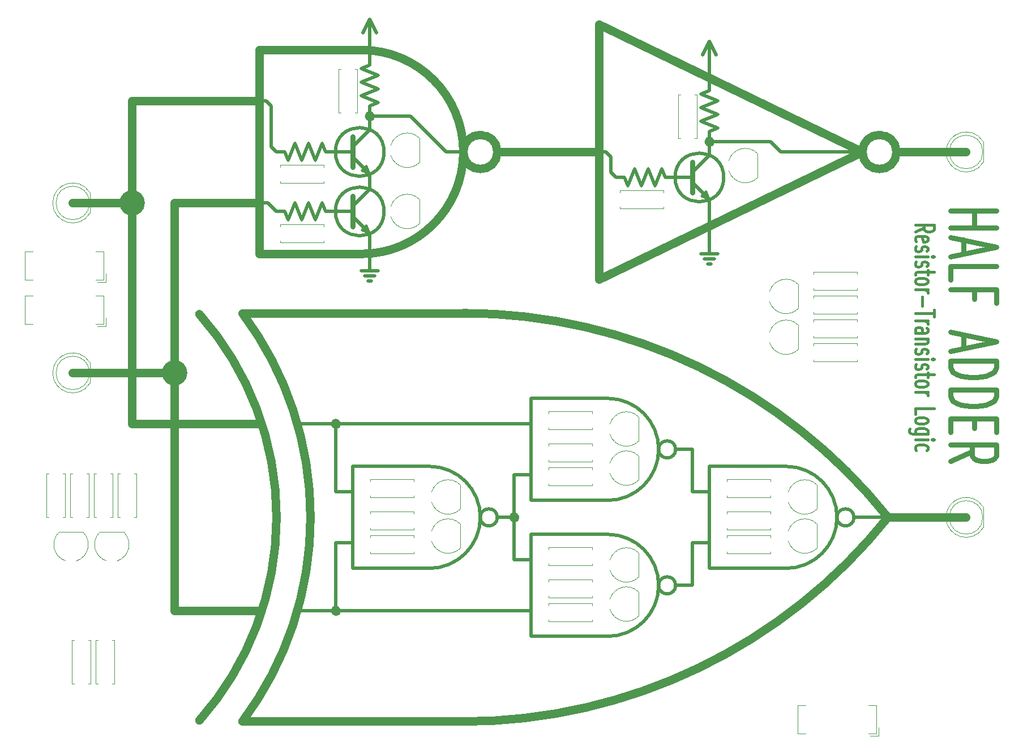
<source format=gto>
G04 #@! TF.GenerationSoftware,KiCad,Pcbnew,5.0.2-bee76a0~70~ubuntu16.04.1*
G04 #@! TF.CreationDate,2019-06-13T09:44:47-07:00*
G04 #@! TF.ProjectId,rtl-half-adder,72746c2d-6861-46c6-962d-61646465722e,rev?*
G04 #@! TF.SameCoordinates,Original*
G04 #@! TF.FileFunction,Legend,Top*
G04 #@! TF.FilePolarity,Positive*
%FSLAX46Y46*%
G04 Gerber Fmt 4.6, Leading zero omitted, Abs format (unit mm)*
G04 Created by KiCad (PCBNEW 5.0.2-bee76a0~70~ubuntu16.04.1) date Thu 13 Jun 2019 09:44:47 AM PDT*
%MOMM*%
%LPD*%
G01*
G04 APERTURE LIST*
%ADD10C,0.381000*%
%ADD11C,0.762000*%
%ADD12C,1.270000*%
%ADD13C,0.508000*%
%ADD14C,0.254000*%
%ADD15C,1.016000*%
%ADD16C,0.120000*%
G04 APERTURE END LIST*
D10*
X188220047Y-74125666D02*
X189550523Y-73533000D01*
X188220047Y-73109666D02*
X191014047Y-73109666D01*
X191014047Y-73787000D01*
X190881000Y-73956333D01*
X190747952Y-74041000D01*
X190481857Y-74125666D01*
X190082714Y-74125666D01*
X189816619Y-74041000D01*
X189683571Y-73956333D01*
X189550523Y-73787000D01*
X189550523Y-73109666D01*
X188353095Y-75565000D02*
X188220047Y-75395666D01*
X188220047Y-75057000D01*
X188353095Y-74887666D01*
X188619190Y-74803000D01*
X189683571Y-74803000D01*
X189949666Y-74887666D01*
X190082714Y-75057000D01*
X190082714Y-75395666D01*
X189949666Y-75565000D01*
X189683571Y-75649666D01*
X189417476Y-75649666D01*
X189151380Y-74803000D01*
X188353095Y-76327000D02*
X188220047Y-76496333D01*
X188220047Y-76835000D01*
X188353095Y-77004333D01*
X188619190Y-77089000D01*
X188752238Y-77089000D01*
X189018333Y-77004333D01*
X189151380Y-76835000D01*
X189151380Y-76581000D01*
X189284428Y-76411666D01*
X189550523Y-76327000D01*
X189683571Y-76327000D01*
X189949666Y-76411666D01*
X190082714Y-76581000D01*
X190082714Y-76835000D01*
X189949666Y-77004333D01*
X188220047Y-77851000D02*
X190082714Y-77851000D01*
X191014047Y-77851000D02*
X190881000Y-77766333D01*
X190747952Y-77851000D01*
X190881000Y-77935666D01*
X191014047Y-77851000D01*
X190747952Y-77851000D01*
X188353095Y-78613000D02*
X188220047Y-78782333D01*
X188220047Y-79121000D01*
X188353095Y-79290333D01*
X188619190Y-79375000D01*
X188752238Y-79375000D01*
X189018333Y-79290333D01*
X189151380Y-79121000D01*
X189151380Y-78867000D01*
X189284428Y-78697666D01*
X189550523Y-78613000D01*
X189683571Y-78613000D01*
X189949666Y-78697666D01*
X190082714Y-78867000D01*
X190082714Y-79121000D01*
X189949666Y-79290333D01*
X190082714Y-79883000D02*
X190082714Y-80560333D01*
X191014047Y-80137000D02*
X188619190Y-80137000D01*
X188353095Y-80221666D01*
X188220047Y-80391000D01*
X188220047Y-80560333D01*
X188220047Y-81407000D02*
X188353095Y-81237666D01*
X188486142Y-81153000D01*
X188752238Y-81068333D01*
X189550523Y-81068333D01*
X189816619Y-81153000D01*
X189949666Y-81237666D01*
X190082714Y-81407000D01*
X190082714Y-81661000D01*
X189949666Y-81830333D01*
X189816619Y-81915000D01*
X189550523Y-81999666D01*
X188752238Y-81999666D01*
X188486142Y-81915000D01*
X188353095Y-81830333D01*
X188220047Y-81661000D01*
X188220047Y-81407000D01*
X188220047Y-82761666D02*
X190082714Y-82761666D01*
X189550523Y-82761666D02*
X189816619Y-82846333D01*
X189949666Y-82931000D01*
X190082714Y-83100333D01*
X190082714Y-83269666D01*
X189284428Y-83862333D02*
X189284428Y-85217000D01*
X191014047Y-85809666D02*
X191014047Y-86825666D01*
X188220047Y-86317666D02*
X191014047Y-86317666D01*
X188220047Y-87418333D02*
X190082714Y-87418333D01*
X189550523Y-87418333D02*
X189816619Y-87503000D01*
X189949666Y-87587666D01*
X190082714Y-87757000D01*
X190082714Y-87926333D01*
X188220047Y-89281000D02*
X189683571Y-89281000D01*
X189949666Y-89196333D01*
X190082714Y-89027000D01*
X190082714Y-88688333D01*
X189949666Y-88519000D01*
X188353095Y-89281000D02*
X188220047Y-89111666D01*
X188220047Y-88688333D01*
X188353095Y-88519000D01*
X188619190Y-88434333D01*
X188885285Y-88434333D01*
X189151380Y-88519000D01*
X189284428Y-88688333D01*
X189284428Y-89111666D01*
X189417476Y-89281000D01*
X190082714Y-90127666D02*
X188220047Y-90127666D01*
X189816619Y-90127666D02*
X189949666Y-90212333D01*
X190082714Y-90381666D01*
X190082714Y-90635666D01*
X189949666Y-90805000D01*
X189683571Y-90889666D01*
X188220047Y-90889666D01*
X188353095Y-91651666D02*
X188220047Y-91821000D01*
X188220047Y-92159666D01*
X188353095Y-92329000D01*
X188619190Y-92413666D01*
X188752238Y-92413666D01*
X189018333Y-92329000D01*
X189151380Y-92159666D01*
X189151380Y-91905666D01*
X189284428Y-91736333D01*
X189550523Y-91651666D01*
X189683571Y-91651666D01*
X189949666Y-91736333D01*
X190082714Y-91905666D01*
X190082714Y-92159666D01*
X189949666Y-92329000D01*
X188220047Y-93175666D02*
X190082714Y-93175666D01*
X191014047Y-93175666D02*
X190881000Y-93091000D01*
X190747952Y-93175666D01*
X190881000Y-93260333D01*
X191014047Y-93175666D01*
X190747952Y-93175666D01*
X188353095Y-93937666D02*
X188220047Y-94107000D01*
X188220047Y-94445666D01*
X188353095Y-94615000D01*
X188619190Y-94699666D01*
X188752238Y-94699666D01*
X189018333Y-94615000D01*
X189151380Y-94445666D01*
X189151380Y-94191666D01*
X189284428Y-94022333D01*
X189550523Y-93937666D01*
X189683571Y-93937666D01*
X189949666Y-94022333D01*
X190082714Y-94191666D01*
X190082714Y-94445666D01*
X189949666Y-94615000D01*
X190082714Y-95207666D02*
X190082714Y-95885000D01*
X191014047Y-95461666D02*
X188619190Y-95461666D01*
X188353095Y-95546333D01*
X188220047Y-95715666D01*
X188220047Y-95885000D01*
X188220047Y-96731666D02*
X188353095Y-96562333D01*
X188486142Y-96477666D01*
X188752238Y-96393000D01*
X189550523Y-96393000D01*
X189816619Y-96477666D01*
X189949666Y-96562333D01*
X190082714Y-96731666D01*
X190082714Y-96985666D01*
X189949666Y-97155000D01*
X189816619Y-97239666D01*
X189550523Y-97324333D01*
X188752238Y-97324333D01*
X188486142Y-97239666D01*
X188353095Y-97155000D01*
X188220047Y-96985666D01*
X188220047Y-96731666D01*
X188220047Y-98086333D02*
X190082714Y-98086333D01*
X189550523Y-98086333D02*
X189816619Y-98171000D01*
X189949666Y-98255666D01*
X190082714Y-98425000D01*
X190082714Y-98594333D01*
X188220047Y-101388333D02*
X188220047Y-100541666D01*
X191014047Y-100541666D01*
X188220047Y-102235000D02*
X188353095Y-102065666D01*
X188486142Y-101981000D01*
X188752238Y-101896333D01*
X189550523Y-101896333D01*
X189816619Y-101981000D01*
X189949666Y-102065666D01*
X190082714Y-102235000D01*
X190082714Y-102489000D01*
X189949666Y-102658333D01*
X189816619Y-102743000D01*
X189550523Y-102827666D01*
X188752238Y-102827666D01*
X188486142Y-102743000D01*
X188353095Y-102658333D01*
X188220047Y-102489000D01*
X188220047Y-102235000D01*
X190082714Y-104351666D02*
X187820904Y-104351666D01*
X187554809Y-104267000D01*
X187421761Y-104182333D01*
X187288714Y-104013000D01*
X187288714Y-103759000D01*
X187421761Y-103589666D01*
X188353095Y-104351666D02*
X188220047Y-104182333D01*
X188220047Y-103843666D01*
X188353095Y-103674333D01*
X188486142Y-103589666D01*
X188752238Y-103505000D01*
X189550523Y-103505000D01*
X189816619Y-103589666D01*
X189949666Y-103674333D01*
X190082714Y-103843666D01*
X190082714Y-104182333D01*
X189949666Y-104351666D01*
X188220047Y-105198333D02*
X190082714Y-105198333D01*
X191014047Y-105198333D02*
X190881000Y-105113666D01*
X190747952Y-105198333D01*
X190881000Y-105283000D01*
X191014047Y-105198333D01*
X190747952Y-105198333D01*
X188353095Y-106807000D02*
X188220047Y-106637666D01*
X188220047Y-106299000D01*
X188353095Y-106129666D01*
X188486142Y-106045000D01*
X188752238Y-105960333D01*
X189550523Y-105960333D01*
X189816619Y-106045000D01*
X189949666Y-106129666D01*
X190082714Y-106299000D01*
X190082714Y-106637666D01*
X189949666Y-106807000D01*
D11*
X193493571Y-71053476D02*
X200351571Y-71053476D01*
X197085857Y-71053476D02*
X197085857Y-73520904D01*
X193493571Y-73520904D02*
X200351571Y-73520904D01*
X195453000Y-75371476D02*
X195453000Y-77427666D01*
X193493571Y-74960238D02*
X200351571Y-76399571D01*
X193493571Y-77838904D01*
X193493571Y-81334428D02*
X193493571Y-79278238D01*
X200351571Y-79278238D01*
X197085857Y-84213095D02*
X197085857Y-82773761D01*
X193493571Y-82773761D02*
X200351571Y-82773761D01*
X200351571Y-84829952D01*
X195453000Y-89559190D02*
X195453000Y-91615380D01*
X193493571Y-89147952D02*
X200351571Y-90587285D01*
X193493571Y-92026619D01*
X193493571Y-93465952D02*
X200351571Y-93465952D01*
X200351571Y-94494047D01*
X200025000Y-95110904D01*
X199371857Y-95522142D01*
X198718714Y-95727761D01*
X197412428Y-95933380D01*
X196432714Y-95933380D01*
X195126428Y-95727761D01*
X194473285Y-95522142D01*
X193820142Y-95110904D01*
X193493571Y-94494047D01*
X193493571Y-93465952D01*
X193493571Y-97783952D02*
X200351571Y-97783952D01*
X200351571Y-98812047D01*
X200025000Y-99428904D01*
X199371857Y-99840142D01*
X198718714Y-100045761D01*
X197412428Y-100251380D01*
X196432714Y-100251380D01*
X195126428Y-100045761D01*
X194473285Y-99840142D01*
X193820142Y-99428904D01*
X193493571Y-98812047D01*
X193493571Y-97783952D01*
X197085857Y-102101952D02*
X197085857Y-103541285D01*
X193493571Y-104158142D02*
X193493571Y-102101952D01*
X200351571Y-102101952D01*
X200351571Y-104158142D01*
X193493571Y-108476142D02*
X196759285Y-107036809D01*
X193493571Y-106008714D02*
X200351571Y-106008714D01*
X200351571Y-107653666D01*
X200025000Y-108064904D01*
X199698428Y-108270523D01*
X199045285Y-108476142D01*
X198065571Y-108476142D01*
X197412428Y-108270523D01*
X197085857Y-108064904D01*
X196759285Y-107653666D01*
X196759285Y-106008714D01*
D12*
X78740000Y-95250000D02*
G75*
G03X78740000Y-95250000I-1270000J0D01*
G01*
X72390000Y-69850000D02*
G75*
G03X72390000Y-69850000I-1270000J0D01*
G01*
X62230000Y-95250000D02*
X77470000Y-95250000D01*
X62230000Y-69850000D02*
X71120000Y-69850000D01*
X71120000Y-102870000D02*
X71120000Y-54610000D01*
X77470000Y-69850000D02*
X77470000Y-130810000D01*
D13*
X168148000Y-62230000D02*
X166624000Y-60706000D01*
X180340000Y-62230000D02*
X168148000Y-62230000D01*
X143510000Y-66040000D02*
X142748000Y-65278000D01*
X142748000Y-65278000D02*
X142748000Y-62992000D01*
X141986000Y-62230000D02*
X142748000Y-62992000D01*
X141986000Y-62230000D02*
X140970000Y-62230000D01*
X157480000Y-45720000D02*
X156464000Y-47752000D01*
X158496000Y-47752000D02*
X157480000Y-45720000D01*
X158750000Y-77470000D02*
X156210000Y-77470000D01*
X158242000Y-78232000D02*
X156718000Y-78232000D01*
X157734000Y-78994000D02*
X157226000Y-78994000D01*
X157480000Y-53086000D02*
X157480000Y-45720000D01*
D11*
X154940000Y-63754000D02*
X154940000Y-68326000D01*
D13*
X157480000Y-60706000D02*
X157480000Y-62738000D01*
X154940000Y-66040000D02*
X150876000Y-66040000D01*
X157480000Y-77470000D02*
X157480000Y-69342000D01*
X157480000Y-69342000D02*
X154940000Y-66802000D01*
X157480000Y-62738000D02*
X154940000Y-65278000D01*
D14*
G36*
X157480000Y-69342000D02*
X156972000Y-68072000D01*
X156210000Y-68834000D01*
X157480000Y-69342000D01*
G37*
X157480000Y-69342000D02*
X156972000Y-68072000D01*
X156210000Y-68834000D01*
X157480000Y-69342000D01*
D13*
X159592727Y-66040000D02*
G75*
G03X159592727Y-66040000I-3636727J0D01*
G01*
D15*
X157734000Y-60706000D02*
G75*
G03X157734000Y-60706000I-254000J0D01*
G01*
D13*
X166624000Y-60706000D02*
X157480000Y-60706000D01*
X156210000Y-53594000D02*
X157480000Y-53086000D01*
X157480000Y-60706000D02*
X157480000Y-59182000D01*
X158750000Y-56642000D02*
X156210000Y-55626000D01*
X156210000Y-57658000D02*
X158750000Y-56642000D01*
X157480000Y-59182000D02*
X158750000Y-58674000D01*
X158750000Y-58674000D02*
X156210000Y-57658000D01*
X158750000Y-54610000D02*
X156210000Y-53594000D01*
X148336000Y-64770000D02*
X147320000Y-67310000D01*
X149352000Y-67310000D02*
X148336000Y-64770000D01*
X150876000Y-66040000D02*
X150368000Y-64770000D01*
X150368000Y-64770000D02*
X149352000Y-67310000D01*
X156210000Y-55626000D02*
X158750000Y-54610000D01*
X144780000Y-66040000D02*
X143510000Y-66040000D01*
X146304000Y-64770000D02*
X145288000Y-67310000D01*
X147320000Y-67310000D02*
X146304000Y-64770000D01*
X145288000Y-67310000D02*
X144780000Y-66040000D01*
D12*
X185420000Y-62230000D02*
X195834000Y-62230000D01*
X185420000Y-62230000D02*
G75*
G03X185420000Y-62230000I-2540000J0D01*
G01*
D13*
X91948000Y-61468000D02*
X91948000Y-55372000D01*
X91186000Y-54610000D02*
X91948000Y-55372000D01*
X90170000Y-54610000D02*
X91186000Y-54610000D01*
X91440000Y-69850000D02*
X90170000Y-69850000D01*
X92710000Y-71120000D02*
X91440000Y-69850000D01*
D12*
X77470000Y-69850000D02*
X90170000Y-69850000D01*
X71120000Y-54610000D02*
X90170000Y-54610000D01*
D13*
X92710000Y-62230000D02*
X91948000Y-61468000D01*
D11*
X104140000Y-68834000D02*
X104140000Y-73406000D01*
D13*
X104140000Y-71120000D02*
X100076000Y-71120000D01*
X106680000Y-78486000D02*
X106680000Y-74422000D01*
X106680000Y-74422000D02*
X104140000Y-71882000D01*
X106680000Y-67818000D02*
X104140000Y-70358000D01*
D14*
G36*
X106680000Y-74422000D02*
X106172000Y-73152000D01*
X105410000Y-73914000D01*
X106680000Y-74422000D01*
G37*
X106680000Y-74422000D02*
X106172000Y-73152000D01*
X105410000Y-73914000D01*
X106680000Y-74422000D01*
D13*
X108792727Y-71120000D02*
G75*
G03X108792727Y-71120000I-3636727J0D01*
G01*
X97536000Y-69850000D02*
X96520000Y-72390000D01*
X98552000Y-72390000D02*
X97536000Y-69850000D01*
X100076000Y-71120000D02*
X99568000Y-69850000D01*
X99568000Y-69850000D02*
X98552000Y-72390000D01*
X93980000Y-71120000D02*
X92710000Y-71120000D01*
X95504000Y-69850000D02*
X94488000Y-72390000D01*
X96520000Y-72390000D02*
X95504000Y-69850000D01*
X94488000Y-72390000D02*
X93980000Y-71120000D01*
D11*
X104140000Y-59944000D02*
X104140000Y-64516000D01*
D12*
X180340000Y-62230000D02*
X140970000Y-43180000D01*
X140970000Y-81280000D02*
X180340000Y-62230000D01*
X140970000Y-43180000D02*
X140970000Y-81280000D01*
D13*
X118110000Y-62230000D02*
X112776000Y-56896000D01*
X120650000Y-62230000D02*
X118110000Y-62230000D01*
D15*
X106934000Y-56896000D02*
G75*
G03X106934000Y-56896000I-254000J0D01*
G01*
D12*
X125730000Y-62230000D02*
X140970000Y-62230000D01*
X125730000Y-62230000D02*
G75*
G03X125730000Y-62230000I-2540000J0D01*
G01*
X90170000Y-46990000D02*
X90170000Y-77470000D01*
X105410000Y-46990000D02*
G75*
G02X105410000Y-77470000I0J-15240000D01*
G01*
X90170000Y-46990000D02*
X105410000Y-46990000D01*
X105410000Y-77470000D02*
X90170000Y-77470000D01*
D13*
X112776000Y-56896000D02*
X106680000Y-56896000D01*
X107696000Y-44450000D02*
X106680000Y-42418000D01*
X106680000Y-42418000D02*
X105664000Y-44450000D01*
X106680000Y-42418000D02*
X106680000Y-44958000D01*
X106680000Y-78486000D02*
X106680000Y-80010000D01*
X107950000Y-80010000D02*
X105410000Y-80010000D01*
X107442000Y-80772000D02*
X105918000Y-80772000D01*
X106934000Y-81534000D02*
X106426000Y-81534000D01*
X105410000Y-49784000D02*
X106680000Y-49276000D01*
X106680000Y-56896000D02*
X106680000Y-55372000D01*
X107950000Y-52832000D02*
X105410000Y-51816000D01*
X105410000Y-53848000D02*
X107950000Y-52832000D01*
X106680000Y-55372000D02*
X107950000Y-54864000D01*
X107950000Y-54864000D02*
X105410000Y-53848000D01*
X106680000Y-49276000D02*
X106680000Y-44958000D01*
X107950000Y-50800000D02*
X105410000Y-49784000D01*
X105410000Y-51816000D02*
X107950000Y-50800000D01*
X94488000Y-63500000D02*
X93980000Y-62230000D01*
X97536000Y-60960000D02*
X96520000Y-63500000D01*
X98552000Y-63500000D02*
X97536000Y-60960000D01*
X100076000Y-62230000D02*
X99568000Y-60960000D01*
X99568000Y-60960000D02*
X98552000Y-63500000D01*
X93980000Y-62230000D02*
X92710000Y-62230000D01*
X95504000Y-60960000D02*
X94488000Y-63500000D01*
X96520000Y-63500000D02*
X95504000Y-60960000D01*
X106680000Y-56896000D02*
X106680000Y-58928000D01*
X104140000Y-62230000D02*
X100076000Y-62230000D01*
X106680000Y-67818000D02*
X106680000Y-65532000D01*
X106680000Y-65532000D02*
X104140000Y-62992000D01*
X106680000Y-58928000D02*
X104140000Y-61468000D01*
D14*
G36*
X106680000Y-65532000D02*
X106172000Y-64262000D01*
X105410000Y-65024000D01*
X106680000Y-65532000D01*
G37*
X106680000Y-65532000D02*
X106172000Y-64262000D01*
X105410000Y-65024000D01*
X106680000Y-65532000D01*
D13*
X108792727Y-62230000D02*
G75*
G03X108792727Y-62230000I-3636727J0D01*
G01*
D12*
X77470000Y-130810000D02*
X90170000Y-130810000D01*
X71120000Y-102870000D02*
X90170000Y-102870000D01*
X81179329Y-147194706D02*
G75*
G03X92710000Y-116840000I-34189329J30354706D01*
G01*
X81179329Y-86485294D02*
G75*
G02X92710000Y-116840000I-34189329J-30354706D01*
G01*
X87613981Y-147341347D02*
G75*
G03X97790000Y-116840000I-40623981J30501347D01*
G01*
X87630000Y-86360000D02*
G75*
G02X97790000Y-116840000I-40640000J-30480000D01*
G01*
D15*
X101854000Y-130810000D02*
G75*
G03X101854000Y-130810000I-254000J0D01*
G01*
X101854000Y-102870000D02*
G75*
G03X101854000Y-102870000I-254000J0D01*
G01*
D13*
X101600000Y-102870000D02*
X101600000Y-113030000D01*
X101600000Y-120650000D02*
X101600000Y-130810000D01*
D12*
X120707045Y-147359657D02*
G75*
G03X184150000Y-116840000I-57044J81319656D01*
G01*
X120707044Y-86320344D02*
G75*
G02X184149999Y-116840001I-57044J-81319656D01*
G01*
X87630000Y-147320000D02*
X121920000Y-147320000D01*
X87630000Y-86360000D02*
X121920000Y-86360000D01*
X184150000Y-116840000D02*
X195834000Y-116840000D01*
D13*
X154940000Y-120650000D02*
X154940000Y-127000000D01*
X154940000Y-106680000D02*
X154940000Y-113030000D01*
D15*
X128524000Y-116840000D02*
G75*
G03X128524000Y-116840000I-254000J0D01*
G01*
D13*
X128270000Y-110490000D02*
X128270000Y-123190000D01*
X157226000Y-113030000D02*
X154940000Y-113030000D01*
X157480000Y-109220000D02*
X157480000Y-124460000D01*
X179070000Y-116840000D02*
G75*
G03X179070000Y-116840000I-1270000J0D01*
G01*
X157226000Y-120650000D02*
X154940000Y-120650000D01*
X168910000Y-109220000D02*
X157480000Y-109220000D01*
X157480000Y-124460000D02*
X168910000Y-124460000D01*
X168910000Y-109220000D02*
G75*
G02X168910000Y-124460000I0J-7620000D01*
G01*
X184150000Y-116840000D02*
X179070000Y-116840000D01*
X130556000Y-102870000D02*
X96520000Y-102870000D01*
X130810000Y-99060000D02*
X130810000Y-114300000D01*
X152400000Y-106680000D02*
G75*
G03X152400000Y-106680000I-1270000J0D01*
G01*
X130556000Y-110490000D02*
X128270000Y-110490000D01*
X142240000Y-99060000D02*
X130810000Y-99060000D01*
X130810000Y-114300000D02*
X142240000Y-114300000D01*
X142240000Y-99060000D02*
G75*
G02X142240000Y-114300000I0J-7620000D01*
G01*
X154940000Y-106680000D02*
X152400000Y-106680000D01*
X103886000Y-113030000D02*
X101600000Y-113030000D01*
X104140000Y-109220000D02*
X104140000Y-124460000D01*
X125730000Y-116840000D02*
G75*
G03X125730000Y-116840000I-1270000J0D01*
G01*
X103886000Y-120650000D02*
X101600000Y-120650000D01*
X115570000Y-109220000D02*
X104140000Y-109220000D01*
X104140000Y-124460000D02*
X115570000Y-124460000D01*
X115570000Y-109220000D02*
G75*
G02X115570000Y-124460000I0J-7620000D01*
G01*
X128270000Y-116840000D02*
X125730000Y-116840000D01*
X130556000Y-130810000D02*
X96520000Y-130810000D01*
X130556000Y-123190000D02*
X128270000Y-123190000D01*
X154940000Y-127000000D02*
X152400000Y-127000000D01*
X130810000Y-119380000D02*
X130810000Y-134620000D01*
X152400000Y-127000000D02*
G75*
G03X152400000Y-127000000I-1270000J0D01*
G01*
X130810000Y-134620000D02*
X142240000Y-134620000D01*
X142240000Y-119380000D02*
X130810000Y-119380000D01*
X142240000Y-119380000D02*
G75*
G02X142240000Y-134620000I0J-7620000D01*
G01*
D16*
G04 #@! TO.C,D1*
X64790000Y-71395000D02*
X64790000Y-68305000D01*
X64730000Y-69850000D02*
G75*
G03X64730000Y-69850000I-2500000J0D01*
G01*
X59240000Y-69850462D02*
G75*
G02X64790000Y-68305170I2990000J462D01*
G01*
X59240000Y-69849538D02*
G75*
G03X64790000Y-71394830I2990000J-462D01*
G01*
G04 #@! TO.C,D2*
X64790000Y-96795000D02*
X64790000Y-93705000D01*
X64730000Y-95250000D02*
G75*
G03X64730000Y-95250000I-2500000J0D01*
G01*
X59240000Y-95250462D02*
G75*
G02X64790000Y-93705170I2990000J462D01*
G01*
X59240000Y-95249538D02*
G75*
G03X64790000Y-96794830I2990000J-462D01*
G01*
G04 #@! TO.C,Q1*
X60167555Y-119076316D02*
G75*
G03X61196000Y-123354000I1808445J-1827684D01*
G01*
X63787875Y-119062259D02*
G75*
G02X62796000Y-123354000I-1811875J-1841741D01*
G01*
X63776000Y-119054000D02*
X60176000Y-119054000D01*
G04 #@! TO.C,Q2*
X66263555Y-119076316D02*
G75*
G03X67292000Y-123354000I1808445J-1827684D01*
G01*
X69883875Y-119062259D02*
G75*
G02X68892000Y-123354000I-1811875J-1841741D01*
G01*
X69872000Y-119054000D02*
X66272000Y-119054000D01*
G04 #@! TO.C,Q3*
X120191684Y-111983555D02*
G75*
G03X115914000Y-113012000I-1827684J-1808445D01*
G01*
X120205741Y-115603875D02*
G75*
G02X115914000Y-114612000I-1841741J1811875D01*
G01*
X120214000Y-115592000D02*
X120214000Y-111992000D01*
G04 #@! TO.C,Q4*
X120191684Y-117825555D02*
G75*
G03X115914000Y-118854000I-1827684J-1808445D01*
G01*
X120205741Y-121445875D02*
G75*
G02X115914000Y-120454000I-1841741J1811875D01*
G01*
X120214000Y-121434000D02*
X120214000Y-117834000D01*
G04 #@! TO.C,Q5*
X114095684Y-60167555D02*
G75*
G03X109818000Y-61196000I-1827684J-1808445D01*
G01*
X114109741Y-63787875D02*
G75*
G02X109818000Y-62796000I-1841741J1811875D01*
G01*
X114118000Y-63776000D02*
X114118000Y-60176000D01*
G04 #@! TO.C,Q6*
X114095684Y-69311555D02*
G75*
G03X109818000Y-70340000I-1827684J-1808445D01*
G01*
X114109741Y-72931875D02*
G75*
G02X109818000Y-71940000I-1841741J1811875D01*
G01*
X114118000Y-72920000D02*
X114118000Y-69320000D01*
G04 #@! TO.C,Q7*
X146861684Y-101823555D02*
G75*
G03X142584000Y-102852000I-1827684J-1808445D01*
G01*
X146875741Y-105443875D02*
G75*
G02X142584000Y-104452000I-1841741J1811875D01*
G01*
X146884000Y-105432000D02*
X146884000Y-101832000D01*
G04 #@! TO.C,Q8*
X146861684Y-107665555D02*
G75*
G03X142584000Y-108694000I-1827684J-1808445D01*
G01*
X146875741Y-111285875D02*
G75*
G02X142584000Y-110294000I-1841741J1811875D01*
G01*
X146884000Y-111274000D02*
X146884000Y-107674000D01*
G04 #@! TO.C,Q9*
X146861684Y-122143555D02*
G75*
G03X142584000Y-123172000I-1827684J-1808445D01*
G01*
X146875741Y-125763875D02*
G75*
G02X142584000Y-124772000I-1841741J1811875D01*
G01*
X146884000Y-125752000D02*
X146884000Y-122152000D01*
G04 #@! TO.C,Q10*
X146861684Y-127985555D02*
G75*
G03X142584000Y-129014000I-1827684J-1808445D01*
G01*
X146875741Y-131605875D02*
G75*
G02X142584000Y-130614000I-1841741J1811875D01*
G01*
X146884000Y-131594000D02*
X146884000Y-127994000D01*
G04 #@! TO.C,Q11*
X164641684Y-62453555D02*
G75*
G03X160364000Y-63482000I-1827684J-1808445D01*
G01*
X164655741Y-66073875D02*
G75*
G02X160364000Y-65082000I-1841741J1811875D01*
G01*
X164664000Y-66062000D02*
X164664000Y-62462000D01*
G04 #@! TO.C,Q12*
X173531684Y-111983555D02*
G75*
G03X169254000Y-113012000I-1827684J-1808445D01*
G01*
X173545741Y-115603875D02*
G75*
G02X169254000Y-114612000I-1841741J1811875D01*
G01*
X173554000Y-115592000D02*
X173554000Y-111992000D01*
G04 #@! TO.C,Q13*
X173531684Y-117825555D02*
G75*
G03X169254000Y-118854000I-1827684J-1808445D01*
G01*
X173545741Y-121445875D02*
G75*
G02X169254000Y-120454000I-1841741J1811875D01*
G01*
X173554000Y-121434000D02*
X173554000Y-117834000D01*
G04 #@! TO.C,R1*
X64616000Y-110268000D02*
X64286000Y-110268000D01*
X64616000Y-116808000D02*
X64616000Y-110268000D01*
X64286000Y-116808000D02*
X64616000Y-116808000D01*
X61876000Y-110268000D02*
X62206000Y-110268000D01*
X61876000Y-116808000D02*
X61876000Y-110268000D01*
X62206000Y-116808000D02*
X61876000Y-116808000D01*
G04 #@! TO.C,R2*
X58320000Y-116808000D02*
X58650000Y-116808000D01*
X58320000Y-110268000D02*
X58320000Y-116808000D01*
X58650000Y-110268000D02*
X58320000Y-110268000D01*
X61060000Y-116808000D02*
X60730000Y-116808000D01*
X61060000Y-110268000D02*
X61060000Y-116808000D01*
X60730000Y-110268000D02*
X61060000Y-110268000D01*
G04 #@! TO.C,R3*
X71728000Y-110268000D02*
X71398000Y-110268000D01*
X71728000Y-116808000D02*
X71728000Y-110268000D01*
X71398000Y-116808000D02*
X71728000Y-116808000D01*
X68988000Y-110268000D02*
X69318000Y-110268000D01*
X68988000Y-116808000D02*
X68988000Y-110268000D01*
X69318000Y-116808000D02*
X68988000Y-116808000D01*
G04 #@! TO.C,R4*
X65432000Y-116808000D02*
X65762000Y-116808000D01*
X65432000Y-110268000D02*
X65432000Y-116808000D01*
X65762000Y-110268000D02*
X65432000Y-110268000D01*
X68172000Y-116808000D02*
X67842000Y-116808000D01*
X68172000Y-110268000D02*
X68172000Y-116808000D01*
X67842000Y-110268000D02*
X68172000Y-110268000D01*
G04 #@! TO.C,R5*
X65686000Y-141700000D02*
X66016000Y-141700000D01*
X65686000Y-135160000D02*
X65686000Y-141700000D01*
X66016000Y-135160000D02*
X65686000Y-135160000D01*
X68426000Y-141700000D02*
X68096000Y-141700000D01*
X68426000Y-135160000D02*
X68426000Y-141700000D01*
X68096000Y-135160000D02*
X68426000Y-135160000D01*
G04 #@! TO.C,R6*
X62130000Y-141700000D02*
X62460000Y-141700000D01*
X62130000Y-135160000D02*
X62130000Y-141700000D01*
X62460000Y-135160000D02*
X62130000Y-135160000D01*
X64870000Y-141700000D02*
X64540000Y-141700000D01*
X64870000Y-135160000D02*
X64870000Y-141700000D01*
X64540000Y-135160000D02*
X64870000Y-135160000D01*
G04 #@! TO.C,R7*
X106712000Y-115978000D02*
X106712000Y-116308000D01*
X113252000Y-115978000D02*
X106712000Y-115978000D01*
X113252000Y-116308000D02*
X113252000Y-115978000D01*
X106712000Y-118718000D02*
X106712000Y-118388000D01*
X113252000Y-118718000D02*
X106712000Y-118718000D01*
X113252000Y-118388000D02*
X113252000Y-118718000D01*
G04 #@! TO.C,R8*
X106712000Y-119534000D02*
X106712000Y-119864000D01*
X113252000Y-119534000D02*
X106712000Y-119534000D01*
X113252000Y-119864000D02*
X113252000Y-119534000D01*
X106712000Y-122274000D02*
X106712000Y-121944000D01*
X113252000Y-122274000D02*
X106712000Y-122274000D01*
X113252000Y-121944000D02*
X113252000Y-122274000D01*
G04 #@! TO.C,R9*
X113252000Y-113892000D02*
X113252000Y-113562000D01*
X106712000Y-113892000D02*
X113252000Y-113892000D01*
X106712000Y-113562000D02*
X106712000Y-113892000D01*
X113252000Y-111152000D02*
X113252000Y-111482000D01*
X106712000Y-111152000D02*
X113252000Y-111152000D01*
X106712000Y-111482000D02*
X106712000Y-111152000D01*
G04 #@! TO.C,R10*
X93250000Y-64162000D02*
X93250000Y-64492000D01*
X99790000Y-64162000D02*
X93250000Y-64162000D01*
X99790000Y-64492000D02*
X99790000Y-64162000D01*
X93250000Y-66902000D02*
X93250000Y-66572000D01*
X99790000Y-66902000D02*
X93250000Y-66902000D01*
X99790000Y-66572000D02*
X99790000Y-66902000D01*
G04 #@! TO.C,R11*
X93250000Y-73052000D02*
X93250000Y-73382000D01*
X99790000Y-73052000D02*
X93250000Y-73052000D01*
X99790000Y-73382000D02*
X99790000Y-73052000D01*
X93250000Y-75792000D02*
X93250000Y-75462000D01*
X99790000Y-75792000D02*
X93250000Y-75792000D01*
X99790000Y-75462000D02*
X99790000Y-75792000D01*
G04 #@! TO.C,R12*
X102008000Y-56356000D02*
X102338000Y-56356000D01*
X102008000Y-49816000D02*
X102008000Y-56356000D01*
X102338000Y-49816000D02*
X102008000Y-49816000D01*
X104748000Y-56356000D02*
X104418000Y-56356000D01*
X104748000Y-49816000D02*
X104748000Y-56356000D01*
X104418000Y-49816000D02*
X104748000Y-49816000D01*
G04 #@! TO.C,R13*
X133382000Y-105818000D02*
X133382000Y-106148000D01*
X139922000Y-105818000D02*
X133382000Y-105818000D01*
X139922000Y-106148000D02*
X139922000Y-105818000D01*
X133382000Y-108558000D02*
X133382000Y-108228000D01*
X139922000Y-108558000D02*
X133382000Y-108558000D01*
X139922000Y-108228000D02*
X139922000Y-108558000D01*
G04 #@! TO.C,R14*
X133382000Y-109374000D02*
X133382000Y-109704000D01*
X139922000Y-109374000D02*
X133382000Y-109374000D01*
X139922000Y-109704000D02*
X139922000Y-109374000D01*
X133382000Y-112114000D02*
X133382000Y-111784000D01*
X139922000Y-112114000D02*
X133382000Y-112114000D01*
X139922000Y-111784000D02*
X139922000Y-112114000D01*
G04 #@! TO.C,R15*
X133382000Y-126138000D02*
X133382000Y-126468000D01*
X139922000Y-126138000D02*
X133382000Y-126138000D01*
X139922000Y-126468000D02*
X139922000Y-126138000D01*
X133382000Y-128878000D02*
X133382000Y-128548000D01*
X139922000Y-128878000D02*
X133382000Y-128878000D01*
X139922000Y-128548000D02*
X139922000Y-128878000D01*
G04 #@! TO.C,R16*
X133382000Y-129694000D02*
X133382000Y-130024000D01*
X139922000Y-129694000D02*
X133382000Y-129694000D01*
X139922000Y-130024000D02*
X139922000Y-129694000D01*
X133382000Y-132434000D02*
X133382000Y-132104000D01*
X139922000Y-132434000D02*
X133382000Y-132434000D01*
X139922000Y-132104000D02*
X139922000Y-132434000D01*
G04 #@! TO.C,R17*
X139922000Y-103732000D02*
X139922000Y-103402000D01*
X133382000Y-103732000D02*
X139922000Y-103732000D01*
X133382000Y-103402000D02*
X133382000Y-103732000D01*
X139922000Y-100992000D02*
X139922000Y-101322000D01*
X133382000Y-100992000D02*
X139922000Y-100992000D01*
X133382000Y-101322000D02*
X133382000Y-100992000D01*
G04 #@! TO.C,R18*
X139922000Y-124052000D02*
X139922000Y-123722000D01*
X133382000Y-124052000D02*
X139922000Y-124052000D01*
X133382000Y-123722000D02*
X133382000Y-124052000D01*
X139922000Y-121312000D02*
X139922000Y-121642000D01*
X133382000Y-121312000D02*
X139922000Y-121312000D01*
X133382000Y-121642000D02*
X133382000Y-121312000D01*
G04 #@! TO.C,R19*
X144050000Y-67972000D02*
X144050000Y-68302000D01*
X150590000Y-67972000D02*
X144050000Y-67972000D01*
X150590000Y-68302000D02*
X150590000Y-67972000D01*
X144050000Y-70712000D02*
X144050000Y-70382000D01*
X150590000Y-70712000D02*
X144050000Y-70712000D01*
X150590000Y-70382000D02*
X150590000Y-70712000D01*
G04 #@! TO.C,R20*
X152808000Y-60166000D02*
X153138000Y-60166000D01*
X152808000Y-53626000D02*
X152808000Y-60166000D01*
X153138000Y-53626000D02*
X152808000Y-53626000D01*
X155548000Y-60166000D02*
X155218000Y-60166000D01*
X155548000Y-53626000D02*
X155548000Y-60166000D01*
X155218000Y-53626000D02*
X155548000Y-53626000D01*
G04 #@! TO.C,R21*
X160052000Y-115978000D02*
X160052000Y-116308000D01*
X166592000Y-115978000D02*
X160052000Y-115978000D01*
X166592000Y-116308000D02*
X166592000Y-115978000D01*
X160052000Y-118718000D02*
X160052000Y-118388000D01*
X166592000Y-118718000D02*
X160052000Y-118718000D01*
X166592000Y-118388000D02*
X166592000Y-118718000D01*
G04 #@! TO.C,R22*
X160052000Y-119534000D02*
X160052000Y-119864000D01*
X166592000Y-119534000D02*
X160052000Y-119534000D01*
X166592000Y-119864000D02*
X166592000Y-119534000D01*
X160052000Y-122274000D02*
X160052000Y-121944000D01*
X166592000Y-122274000D02*
X160052000Y-122274000D01*
X166592000Y-121944000D02*
X166592000Y-122274000D01*
G04 #@! TO.C,R23*
X166592000Y-113892000D02*
X166592000Y-113562000D01*
X160052000Y-113892000D02*
X166592000Y-113892000D01*
X160052000Y-113562000D02*
X160052000Y-113892000D01*
X166592000Y-111152000D02*
X166592000Y-111482000D01*
X160052000Y-111152000D02*
X166592000Y-111152000D01*
X160052000Y-111482000D02*
X160052000Y-111152000D01*
G04 #@! TO.C,D3*
X198394000Y-63775000D02*
X198394000Y-60685000D01*
X198334000Y-62230000D02*
G75*
G03X198334000Y-62230000I-2500000J0D01*
G01*
X192844000Y-62230462D02*
G75*
G02X198394000Y-60685170I2990000J462D01*
G01*
X192844000Y-62229538D02*
G75*
G03X198394000Y-63774830I2990000J-462D01*
G01*
G04 #@! TO.C,D4*
X198394000Y-118385000D02*
X198394000Y-115295000D01*
X198334000Y-116840000D02*
G75*
G03X198334000Y-116840000I-2500000J0D01*
G01*
X192844000Y-116840462D02*
G75*
G02X198394000Y-115295170I2990000J462D01*
G01*
X192844000Y-116839538D02*
G75*
G03X198394000Y-118384830I2990000J-462D01*
G01*
G04 #@! TO.C,Q14*
X170737684Y-82011555D02*
G75*
G03X166460000Y-83040000I-1827684J-1808445D01*
G01*
X170751741Y-85631875D02*
G75*
G02X166460000Y-84640000I-1841741J1811875D01*
G01*
X170760000Y-85620000D02*
X170760000Y-82020000D01*
G04 #@! TO.C,Q15*
X170737684Y-88107555D02*
G75*
G03X166460000Y-89136000I-1827684J-1808445D01*
G01*
X170751741Y-91727875D02*
G75*
G02X166460000Y-90736000I-1841741J1811875D01*
G01*
X170760000Y-91716000D02*
X170760000Y-88116000D01*
G04 #@! TO.C,R24*
X179546000Y-86460000D02*
X179546000Y-86130000D01*
X173006000Y-86460000D02*
X179546000Y-86460000D01*
X173006000Y-86130000D02*
X173006000Y-86460000D01*
X179546000Y-83720000D02*
X179546000Y-84050000D01*
X173006000Y-83720000D02*
X179546000Y-83720000D01*
X173006000Y-84050000D02*
X173006000Y-83720000D01*
G04 #@! TO.C,R25*
X179546000Y-93572000D02*
X179546000Y-93242000D01*
X173006000Y-93572000D02*
X179546000Y-93572000D01*
X173006000Y-93242000D02*
X173006000Y-93572000D01*
X179546000Y-90832000D02*
X179546000Y-91162000D01*
X173006000Y-90832000D02*
X179546000Y-90832000D01*
X173006000Y-91162000D02*
X173006000Y-90832000D01*
G04 #@! TO.C,R26*
X173006000Y-80164000D02*
X173006000Y-80494000D01*
X179546000Y-80164000D02*
X173006000Y-80164000D01*
X179546000Y-80494000D02*
X179546000Y-80164000D01*
X173006000Y-82904000D02*
X173006000Y-82574000D01*
X179546000Y-82904000D02*
X173006000Y-82904000D01*
X179546000Y-82574000D02*
X179546000Y-82904000D01*
G04 #@! TO.C,R27*
X173006000Y-87276000D02*
X173006000Y-87606000D01*
X179546000Y-87276000D02*
X173006000Y-87276000D01*
X179546000Y-87606000D02*
X179546000Y-87276000D01*
X173006000Y-90016000D02*
X173006000Y-89686000D01*
X179546000Y-90016000D02*
X173006000Y-90016000D01*
X179546000Y-89686000D02*
X179546000Y-90016000D01*
G04 #@! TO.C,SW1*
X170630000Y-149166000D02*
X170630000Y-144966000D01*
X181230000Y-149166000D02*
X182430000Y-149166000D01*
X182430000Y-144966000D02*
X181230000Y-144966000D01*
X182430000Y-149166000D02*
X182430000Y-144966000D01*
X182730000Y-149466000D02*
X182730000Y-148216000D01*
X171830000Y-149166000D02*
X170630000Y-149166000D01*
X181530000Y-149466000D02*
X182730000Y-149466000D01*
X170630000Y-144966000D02*
X171830000Y-144966000D01*
G04 #@! TO.C,SW2*
X55060000Y-81348000D02*
X55060000Y-77148000D01*
X65660000Y-81348000D02*
X66860000Y-81348000D01*
X66860000Y-77148000D02*
X65660000Y-77148000D01*
X66860000Y-81348000D02*
X66860000Y-77148000D01*
X67160000Y-81648000D02*
X67160000Y-80398000D01*
X56260000Y-81348000D02*
X55060000Y-81348000D01*
X65960000Y-81648000D02*
X67160000Y-81648000D01*
X55060000Y-77148000D02*
X56260000Y-77148000D01*
G04 #@! TO.C,SW3*
X55060000Y-87952000D02*
X55060000Y-83752000D01*
X65660000Y-87952000D02*
X66860000Y-87952000D01*
X66860000Y-83752000D02*
X65660000Y-83752000D01*
X66860000Y-87952000D02*
X66860000Y-83752000D01*
X67160000Y-88252000D02*
X67160000Y-87002000D01*
X56260000Y-87952000D02*
X55060000Y-87952000D01*
X65960000Y-88252000D02*
X67160000Y-88252000D01*
X55060000Y-83752000D02*
X56260000Y-83752000D01*
G04 #@! TD*
M02*

</source>
